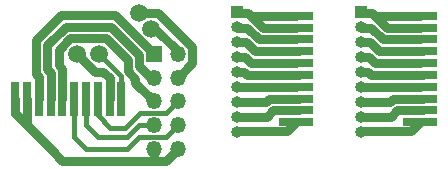
<source format=gbr>
G04 #@! TF.GenerationSoftware,KiCad,Pcbnew,5.1.6-c6e7f7d~87~ubuntu20.04.1*
G04 #@! TF.CreationDate,2020-09-27T08:22:00+02:00*
G04 #@! TF.ProjectId,reductionPiece,72656475-6374-4696-9f6e-50696563652e,rev?*
G04 #@! TF.SameCoordinates,Original*
G04 #@! TF.FileFunction,Copper,L1,Top*
G04 #@! TF.FilePolarity,Positive*
%FSLAX46Y46*%
G04 Gerber Fmt 4.6, Leading zero omitted, Abs format (unit mm)*
G04 Created by KiCad (PCBNEW 5.1.6-c6e7f7d~87~ubuntu20.04.1) date 2020-09-27 08:22:00*
%MOMM*%
%LPD*%
G01*
G04 APERTURE LIST*
G04 #@! TA.AperFunction,SMDPad,CuDef*
%ADD10R,3.000000X0.700000*%
G04 #@! TD*
G04 #@! TA.AperFunction,ComponentPad*
%ADD11R,1.000000X1.000000*%
G04 #@! TD*
G04 #@! TA.AperFunction,ComponentPad*
%ADD12O,1.000000X1.000000*%
G04 #@! TD*
G04 #@! TA.AperFunction,SMDPad,CuDef*
%ADD13R,0.700000X3.000000*%
G04 #@! TD*
G04 #@! TA.AperFunction,ComponentPad*
%ADD14O,1.350000X1.350000*%
G04 #@! TD*
G04 #@! TA.AperFunction,ComponentPad*
%ADD15R,1.350000X1.350000*%
G04 #@! TD*
G04 #@! TA.AperFunction,ViaPad*
%ADD16C,1.500000*%
G04 #@! TD*
G04 #@! TA.AperFunction,Conductor*
%ADD17C,0.750000*%
G04 #@! TD*
G04 #@! TA.AperFunction,Conductor*
%ADD18C,0.400000*%
G04 #@! TD*
G04 APERTURE END LIST*
D10*
X174250000Y-45750000D03*
X174250000Y-46750000D03*
X174250000Y-47750000D03*
X174250000Y-48750000D03*
X174250000Y-49750000D03*
X174250000Y-50750000D03*
X174250000Y-51750000D03*
X174250000Y-52750000D03*
X174250000Y-53750000D03*
X174250000Y-54750000D03*
D11*
X169325001Y-45425001D03*
D12*
X169325001Y-46695001D03*
X169325001Y-47965001D03*
X169325001Y-49235001D03*
X169325001Y-50505001D03*
X169325001Y-51775001D03*
X169325001Y-53045001D03*
X169325001Y-54315001D03*
X169325001Y-55585001D03*
X158825001Y-55585001D03*
X158825001Y-54315001D03*
X158825001Y-53045001D03*
X158825001Y-51775001D03*
X158825001Y-50505001D03*
X158825001Y-49235001D03*
X158825001Y-47965001D03*
X158825001Y-46695001D03*
D11*
X158825001Y-45425001D03*
D10*
X163750000Y-54750000D03*
X163750000Y-53750000D03*
X163750000Y-52750000D03*
X163750000Y-51750000D03*
X163750000Y-50750000D03*
X163750000Y-49750000D03*
X163750000Y-48750000D03*
X163750000Y-47750000D03*
X163750000Y-46750000D03*
X163750000Y-45750000D03*
D13*
X149000000Y-52750000D03*
X148000000Y-52750000D03*
X147000000Y-52750000D03*
X146000000Y-52750000D03*
X145000000Y-52750000D03*
X144000000Y-52750000D03*
X143000000Y-52750000D03*
X142000000Y-52750000D03*
X141000000Y-52750000D03*
X140000000Y-52750000D03*
D14*
X153750000Y-57000000D03*
X151750000Y-57000000D03*
X153750000Y-55000000D03*
X151750000Y-55000000D03*
X153750000Y-53000000D03*
X151750000Y-53000000D03*
X153750000Y-51000000D03*
X151750000Y-51000000D03*
X153750000Y-49000000D03*
D15*
X151750000Y-49000000D03*
D16*
X145250000Y-49000000D03*
X150500000Y-45500000D03*
X147061924Y-48938076D03*
X151534491Y-46849025D03*
D17*
X141000000Y-55000000D02*
X143000000Y-57000000D01*
X141000000Y-52750000D02*
X141000000Y-55000000D01*
X140000000Y-54000000D02*
X143000000Y-57000000D01*
X140000000Y-52750000D02*
X140000000Y-54000000D01*
X151750000Y-57699980D02*
X151750000Y-57000000D01*
X152050020Y-58000000D02*
X151750000Y-57699980D01*
X144000000Y-58000000D02*
X152050020Y-58000000D01*
X143000000Y-57000000D02*
X144000000Y-58000000D01*
X152750000Y-58000000D02*
X153750000Y-57000000D01*
X152050020Y-58000000D02*
X152750000Y-58000000D01*
D18*
X152750000Y-56000000D02*
X153750000Y-55000000D01*
X145000000Y-52750000D02*
X145000000Y-56000000D01*
X145000000Y-56000000D02*
X146000000Y-57000000D01*
X146000000Y-57000000D02*
X149500000Y-57000000D01*
X150500000Y-56000000D02*
X152750000Y-56000000D01*
X149500000Y-57000000D02*
X150500000Y-56000000D01*
X146000000Y-55000000D02*
X146000000Y-52750000D01*
X147000000Y-56000000D02*
X146000000Y-55000000D01*
X149500000Y-56000000D02*
X147000000Y-56000000D01*
X150500000Y-55000000D02*
X149500000Y-56000000D01*
X151750000Y-55000000D02*
X150500000Y-55000000D01*
X147000000Y-54185002D02*
X147000000Y-52750000D01*
X148064998Y-55250000D02*
X147000000Y-54185002D01*
X149342501Y-55250000D02*
X148064998Y-55250000D01*
X150592501Y-54000000D02*
X149342501Y-55250000D01*
X152750000Y-54000000D02*
X150592501Y-54000000D01*
X153750000Y-53000000D02*
X152750000Y-54000000D01*
D17*
X143675000Y-49886004D02*
X143675000Y-48613996D01*
X143675000Y-48613996D02*
X144675920Y-47613076D01*
X147691190Y-47613076D02*
X149549988Y-49471874D01*
X149549988Y-49471874D02*
X149549988Y-50436175D01*
X144675920Y-47613076D02*
X147691190Y-47613076D01*
X144000000Y-52750000D02*
X144000000Y-50211004D01*
X150192501Y-51078688D02*
X150192501Y-51442501D01*
X150192501Y-51442501D02*
X151750000Y-53000000D01*
X149549988Y-50436175D02*
X150192501Y-51078688D01*
X144000000Y-50211004D02*
X143675000Y-49886004D01*
X148000000Y-52750000D02*
X148000000Y-50989964D01*
X147484123Y-50474087D02*
X146724087Y-50474087D01*
X148000000Y-50989964D02*
X147484123Y-50474087D01*
X146724087Y-50474087D02*
X145250000Y-49000000D01*
X153750000Y-51000000D02*
X155000001Y-49749999D01*
X155000001Y-49749999D02*
X155000001Y-48399999D01*
X152100002Y-45500000D02*
X150500000Y-45500000D01*
X155000001Y-48399999D02*
X152100002Y-45500000D01*
X142724989Y-50279511D02*
X142724989Y-48220489D01*
X148084697Y-46663065D02*
X150499999Y-49078367D01*
X144282413Y-46663065D02*
X148084697Y-46663065D01*
X151500000Y-51000000D02*
X151750000Y-51000000D01*
X142724989Y-48220489D02*
X144282413Y-46663065D01*
X150499999Y-49999999D02*
X151500000Y-51000000D01*
X143000000Y-50554522D02*
X142724989Y-50279511D01*
X143000000Y-52750000D02*
X143000000Y-50554522D01*
X150499999Y-49078367D02*
X150499999Y-49999999D01*
D18*
X149000000Y-52750000D02*
X149000000Y-50876152D01*
X149000000Y-50876152D02*
X147061924Y-48938076D01*
D17*
X153750000Y-48750000D02*
X151849025Y-46849025D01*
X153750000Y-49000000D02*
X153750000Y-48750000D01*
X151849025Y-46849025D02*
X151534491Y-46849025D01*
X143888906Y-45713054D02*
X148478204Y-45713054D01*
X142000000Y-50900027D02*
X141774978Y-50675005D01*
X141774978Y-50675005D02*
X141774978Y-47826982D01*
X148478204Y-45713054D02*
X151750000Y-48984850D01*
X141774978Y-47826982D02*
X143888906Y-45713054D01*
X142000000Y-52750000D02*
X142000000Y-50900027D01*
X151750000Y-48984850D02*
X151750000Y-49000000D01*
X163750000Y-54750000D02*
X163000000Y-55500000D01*
X163000000Y-55500000D02*
X158750000Y-55500000D01*
X174250000Y-54750000D02*
X173500000Y-55500000D01*
X173500000Y-55500000D02*
X169250000Y-55500000D01*
X161299997Y-54315001D02*
X161864998Y-53750000D01*
X158825001Y-54315001D02*
X161299997Y-54315001D01*
X161864998Y-53750000D02*
X164000000Y-53750000D01*
X169325001Y-54315001D02*
X171799997Y-54315001D01*
X171799997Y-54315001D02*
X172364998Y-53750000D01*
X172364998Y-53750000D02*
X174500000Y-53750000D01*
X158825001Y-53045001D02*
X161226479Y-53045001D01*
X161226479Y-53045001D02*
X161521480Y-52750000D01*
X161521480Y-52750000D02*
X164000000Y-52750000D01*
X172021480Y-52750000D02*
X174500000Y-52750000D01*
X169325001Y-53045001D02*
X171726479Y-53045001D01*
X171726479Y-53045001D02*
X172021480Y-52750000D01*
X163750000Y-51750000D02*
X158750000Y-51750000D01*
X174250000Y-51750000D02*
X169250000Y-51750000D01*
X159625927Y-50750000D02*
X164000000Y-50750000D01*
X159380928Y-50505001D02*
X159625927Y-50750000D01*
X158825001Y-50505001D02*
X159380928Y-50505001D01*
X169880928Y-50505001D02*
X170125927Y-50750000D01*
X169325001Y-50505001D02*
X169880928Y-50505001D01*
X170125927Y-50750000D02*
X174500000Y-50750000D01*
X159469445Y-49250000D02*
X158750000Y-49250000D01*
X159969445Y-49750000D02*
X159469445Y-49250000D01*
X163750000Y-49750000D02*
X159969445Y-49750000D01*
X169969445Y-49250000D02*
X169250000Y-49250000D01*
X174250000Y-49750000D02*
X170469445Y-49750000D01*
X170469445Y-49750000D02*
X169969445Y-49250000D01*
X159527964Y-47965001D02*
X160312963Y-48750000D01*
X160312963Y-48750000D02*
X164000000Y-48750000D01*
X158825001Y-47965001D02*
X159527964Y-47965001D01*
X169325001Y-47965001D02*
X170027964Y-47965001D01*
X170812963Y-48750000D02*
X174500000Y-48750000D01*
X170027964Y-47965001D02*
X170812963Y-48750000D01*
X163750000Y-47750000D02*
X160656481Y-47750000D01*
X159656481Y-46750000D02*
X158750000Y-46750000D01*
X160656481Y-47750000D02*
X159656481Y-46750000D01*
X174250000Y-47750000D02*
X171156481Y-47750000D01*
X170156481Y-46750000D02*
X169250000Y-46750000D01*
X171156481Y-47750000D02*
X170156481Y-46750000D01*
X160999999Y-46750000D02*
X159749999Y-45500000D01*
X163750000Y-46750000D02*
X160999999Y-46750000D01*
X159749999Y-45500000D02*
X158750000Y-45500000D01*
X159999999Y-45750000D02*
X159749999Y-45500000D01*
X163750000Y-45750000D02*
X159999999Y-45750000D01*
X174250000Y-45750000D02*
X170499999Y-45750000D01*
X170499999Y-45750000D02*
X170249999Y-45500000D01*
X170249999Y-45500000D02*
X169250000Y-45500000D01*
X171499999Y-46750000D02*
X170249999Y-45500000D01*
X174250000Y-46750000D02*
X171499999Y-46750000D01*
M02*

</source>
